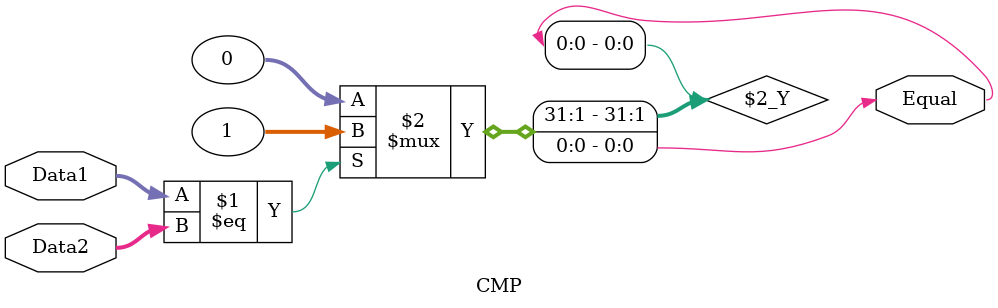
<source format=v>
`timescale 1ns / 1ps
module CMP(
	input [31:0] Data1,
	input [31:0] Data2,
	output Equal
    );

	assign Equal = (Data1==Data2)?1:0;
endmodule

</source>
